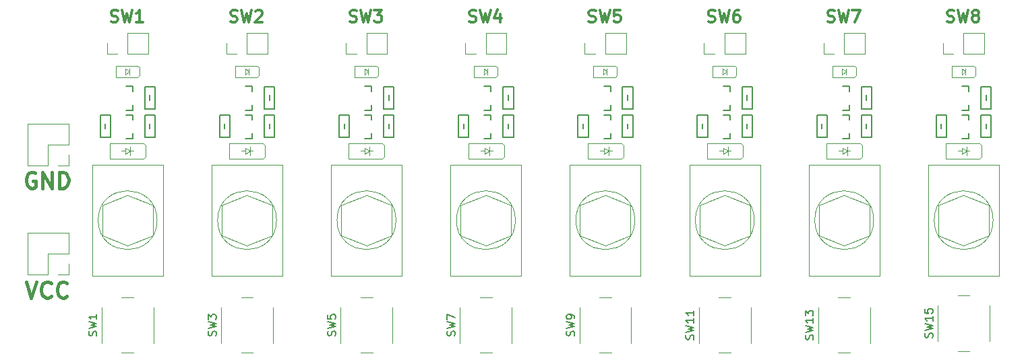
<source format=gbr>
G04 #@! TF.GenerationSoftware,KiCad,Pcbnew,(6.99.0-2815-gbbc0c61ccb)*
G04 #@! TF.CreationDate,2022-10-20T01:02:43+07:00*
G04 #@! TF.ProjectId,Input_Switch_8X,496e7075-745f-4537-9769-7463685f3858,rev?*
G04 #@! TF.SameCoordinates,Original*
G04 #@! TF.FileFunction,Legend,Top*
G04 #@! TF.FilePolarity,Positive*
%FSLAX46Y46*%
G04 Gerber Fmt 4.6, Leading zero omitted, Abs format (unit mm)*
G04 Created by KiCad (PCBNEW (6.99.0-2815-gbbc0c61ccb)) date 2022-10-20 01:02:43*
%MOMM*%
%LPD*%
G01*
G04 APERTURE LIST*
%ADD10C,0.300000*%
%ADD11C,0.400000*%
%ADD12C,0.150000*%
%ADD13C,0.120000*%
%ADD14C,0.200000*%
%ADD15C,0.152400*%
%ADD16C,0.100000*%
G04 APERTURE END LIST*
D10*
X129925000Y-46502142D02*
X130139286Y-46573571D01*
X130139286Y-46573571D02*
X130496428Y-46573571D01*
X130496428Y-46573571D02*
X130639286Y-46502142D01*
X130639286Y-46502142D02*
X130710714Y-46430714D01*
X130710714Y-46430714D02*
X130782143Y-46287857D01*
X130782143Y-46287857D02*
X130782143Y-46145000D01*
X130782143Y-46145000D02*
X130710714Y-46002142D01*
X130710714Y-46002142D02*
X130639286Y-45930714D01*
X130639286Y-45930714D02*
X130496428Y-45859285D01*
X130496428Y-45859285D02*
X130210714Y-45787857D01*
X130210714Y-45787857D02*
X130067857Y-45716428D01*
X130067857Y-45716428D02*
X129996428Y-45645000D01*
X129996428Y-45645000D02*
X129925000Y-45502142D01*
X129925000Y-45502142D02*
X129925000Y-45359285D01*
X129925000Y-45359285D02*
X129996428Y-45216428D01*
X129996428Y-45216428D02*
X130067857Y-45145000D01*
X130067857Y-45145000D02*
X130210714Y-45073571D01*
X130210714Y-45073571D02*
X130567857Y-45073571D01*
X130567857Y-45073571D02*
X130782143Y-45145000D01*
X131282142Y-45073571D02*
X131639285Y-46573571D01*
X131639285Y-46573571D02*
X131924999Y-45502142D01*
X131924999Y-45502142D02*
X132210714Y-46573571D01*
X132210714Y-46573571D02*
X132567857Y-45073571D01*
X133782143Y-45573571D02*
X133782143Y-46573571D01*
X133425000Y-45002142D02*
X133067857Y-46073571D01*
X133067857Y-46073571D02*
X133996428Y-46073571D01*
X159925000Y-46502142D02*
X160139286Y-46573571D01*
X160139286Y-46573571D02*
X160496428Y-46573571D01*
X160496428Y-46573571D02*
X160639286Y-46502142D01*
X160639286Y-46502142D02*
X160710714Y-46430714D01*
X160710714Y-46430714D02*
X160782143Y-46287857D01*
X160782143Y-46287857D02*
X160782143Y-46145000D01*
X160782143Y-46145000D02*
X160710714Y-46002142D01*
X160710714Y-46002142D02*
X160639286Y-45930714D01*
X160639286Y-45930714D02*
X160496428Y-45859285D01*
X160496428Y-45859285D02*
X160210714Y-45787857D01*
X160210714Y-45787857D02*
X160067857Y-45716428D01*
X160067857Y-45716428D02*
X159996428Y-45645000D01*
X159996428Y-45645000D02*
X159925000Y-45502142D01*
X159925000Y-45502142D02*
X159925000Y-45359285D01*
X159925000Y-45359285D02*
X159996428Y-45216428D01*
X159996428Y-45216428D02*
X160067857Y-45145000D01*
X160067857Y-45145000D02*
X160210714Y-45073571D01*
X160210714Y-45073571D02*
X160567857Y-45073571D01*
X160567857Y-45073571D02*
X160782143Y-45145000D01*
X161282142Y-45073571D02*
X161639285Y-46573571D01*
X161639285Y-46573571D02*
X161924999Y-45502142D01*
X161924999Y-45502142D02*
X162210714Y-46573571D01*
X162210714Y-46573571D02*
X162567857Y-45073571D01*
X163782143Y-45073571D02*
X163496428Y-45073571D01*
X163496428Y-45073571D02*
X163353571Y-45145000D01*
X163353571Y-45145000D02*
X163282143Y-45216428D01*
X163282143Y-45216428D02*
X163139285Y-45430714D01*
X163139285Y-45430714D02*
X163067857Y-45716428D01*
X163067857Y-45716428D02*
X163067857Y-46287857D01*
X163067857Y-46287857D02*
X163139285Y-46430714D01*
X163139285Y-46430714D02*
X163210714Y-46502142D01*
X163210714Y-46502142D02*
X163353571Y-46573571D01*
X163353571Y-46573571D02*
X163639285Y-46573571D01*
X163639285Y-46573571D02*
X163782143Y-46502142D01*
X163782143Y-46502142D02*
X163853571Y-46430714D01*
X163853571Y-46430714D02*
X163925000Y-46287857D01*
X163925000Y-46287857D02*
X163925000Y-45930714D01*
X163925000Y-45930714D02*
X163853571Y-45787857D01*
X163853571Y-45787857D02*
X163782143Y-45716428D01*
X163782143Y-45716428D02*
X163639285Y-45645000D01*
X163639285Y-45645000D02*
X163353571Y-45645000D01*
X163353571Y-45645000D02*
X163210714Y-45716428D01*
X163210714Y-45716428D02*
X163139285Y-45787857D01*
X163139285Y-45787857D02*
X163067857Y-45930714D01*
D11*
X75376190Y-65560000D02*
X75185714Y-65464761D01*
X75185714Y-65464761D02*
X74900000Y-65464761D01*
X74900000Y-65464761D02*
X74614285Y-65560000D01*
X74614285Y-65560000D02*
X74423809Y-65750476D01*
X74423809Y-65750476D02*
X74328571Y-65940952D01*
X74328571Y-65940952D02*
X74233333Y-66321904D01*
X74233333Y-66321904D02*
X74233333Y-66607619D01*
X74233333Y-66607619D02*
X74328571Y-66988571D01*
X74328571Y-66988571D02*
X74423809Y-67179047D01*
X74423809Y-67179047D02*
X74614285Y-67369523D01*
X74614285Y-67369523D02*
X74900000Y-67464761D01*
X74900000Y-67464761D02*
X75090476Y-67464761D01*
X75090476Y-67464761D02*
X75376190Y-67369523D01*
X75376190Y-67369523D02*
X75471428Y-67274285D01*
X75471428Y-67274285D02*
X75471428Y-66607619D01*
X75471428Y-66607619D02*
X75090476Y-66607619D01*
X76328571Y-67464761D02*
X76328571Y-65464761D01*
X76328571Y-65464761D02*
X77471428Y-67464761D01*
X77471428Y-67464761D02*
X77471428Y-65464761D01*
X78423809Y-67464761D02*
X78423809Y-65464761D01*
X78423809Y-65464761D02*
X78899999Y-65464761D01*
X78899999Y-65464761D02*
X79185714Y-65560000D01*
X79185714Y-65560000D02*
X79376190Y-65750476D01*
X79376190Y-65750476D02*
X79471428Y-65940952D01*
X79471428Y-65940952D02*
X79566666Y-66321904D01*
X79566666Y-66321904D02*
X79566666Y-66607619D01*
X79566666Y-66607619D02*
X79471428Y-66988571D01*
X79471428Y-66988571D02*
X79376190Y-67179047D01*
X79376190Y-67179047D02*
X79185714Y-67369523D01*
X79185714Y-67369523D02*
X78899999Y-67464761D01*
X78899999Y-67464761D02*
X78423809Y-67464761D01*
D10*
X144925000Y-46502142D02*
X145139286Y-46573571D01*
X145139286Y-46573571D02*
X145496428Y-46573571D01*
X145496428Y-46573571D02*
X145639286Y-46502142D01*
X145639286Y-46502142D02*
X145710714Y-46430714D01*
X145710714Y-46430714D02*
X145782143Y-46287857D01*
X145782143Y-46287857D02*
X145782143Y-46145000D01*
X145782143Y-46145000D02*
X145710714Y-46002142D01*
X145710714Y-46002142D02*
X145639286Y-45930714D01*
X145639286Y-45930714D02*
X145496428Y-45859285D01*
X145496428Y-45859285D02*
X145210714Y-45787857D01*
X145210714Y-45787857D02*
X145067857Y-45716428D01*
X145067857Y-45716428D02*
X144996428Y-45645000D01*
X144996428Y-45645000D02*
X144925000Y-45502142D01*
X144925000Y-45502142D02*
X144925000Y-45359285D01*
X144925000Y-45359285D02*
X144996428Y-45216428D01*
X144996428Y-45216428D02*
X145067857Y-45145000D01*
X145067857Y-45145000D02*
X145210714Y-45073571D01*
X145210714Y-45073571D02*
X145567857Y-45073571D01*
X145567857Y-45073571D02*
X145782143Y-45145000D01*
X146282142Y-45073571D02*
X146639285Y-46573571D01*
X146639285Y-46573571D02*
X146924999Y-45502142D01*
X146924999Y-45502142D02*
X147210714Y-46573571D01*
X147210714Y-46573571D02*
X147567857Y-45073571D01*
X148853571Y-45073571D02*
X148139285Y-45073571D01*
X148139285Y-45073571D02*
X148067857Y-45787857D01*
X148067857Y-45787857D02*
X148139285Y-45716428D01*
X148139285Y-45716428D02*
X148282143Y-45645000D01*
X148282143Y-45645000D02*
X148639285Y-45645000D01*
X148639285Y-45645000D02*
X148782143Y-45716428D01*
X148782143Y-45716428D02*
X148853571Y-45787857D01*
X148853571Y-45787857D02*
X148925000Y-45930714D01*
X148925000Y-45930714D02*
X148925000Y-46287857D01*
X148925000Y-46287857D02*
X148853571Y-46430714D01*
X148853571Y-46430714D02*
X148782143Y-46502142D01*
X148782143Y-46502142D02*
X148639285Y-46573571D01*
X148639285Y-46573571D02*
X148282143Y-46573571D01*
X148282143Y-46573571D02*
X148139285Y-46502142D01*
X148139285Y-46502142D02*
X148067857Y-46430714D01*
X99925000Y-46502142D02*
X100139286Y-46573571D01*
X100139286Y-46573571D02*
X100496428Y-46573571D01*
X100496428Y-46573571D02*
X100639286Y-46502142D01*
X100639286Y-46502142D02*
X100710714Y-46430714D01*
X100710714Y-46430714D02*
X100782143Y-46287857D01*
X100782143Y-46287857D02*
X100782143Y-46145000D01*
X100782143Y-46145000D02*
X100710714Y-46002142D01*
X100710714Y-46002142D02*
X100639286Y-45930714D01*
X100639286Y-45930714D02*
X100496428Y-45859285D01*
X100496428Y-45859285D02*
X100210714Y-45787857D01*
X100210714Y-45787857D02*
X100067857Y-45716428D01*
X100067857Y-45716428D02*
X99996428Y-45645000D01*
X99996428Y-45645000D02*
X99925000Y-45502142D01*
X99925000Y-45502142D02*
X99925000Y-45359285D01*
X99925000Y-45359285D02*
X99996428Y-45216428D01*
X99996428Y-45216428D02*
X100067857Y-45145000D01*
X100067857Y-45145000D02*
X100210714Y-45073571D01*
X100210714Y-45073571D02*
X100567857Y-45073571D01*
X100567857Y-45073571D02*
X100782143Y-45145000D01*
X101282142Y-45073571D02*
X101639285Y-46573571D01*
X101639285Y-46573571D02*
X101924999Y-45502142D01*
X101924999Y-45502142D02*
X102210714Y-46573571D01*
X102210714Y-46573571D02*
X102567857Y-45073571D01*
X103067857Y-45216428D02*
X103139285Y-45145000D01*
X103139285Y-45145000D02*
X103282143Y-45073571D01*
X103282143Y-45073571D02*
X103639285Y-45073571D01*
X103639285Y-45073571D02*
X103782143Y-45145000D01*
X103782143Y-45145000D02*
X103853571Y-45216428D01*
X103853571Y-45216428D02*
X103925000Y-45359285D01*
X103925000Y-45359285D02*
X103925000Y-45502142D01*
X103925000Y-45502142D02*
X103853571Y-45716428D01*
X103853571Y-45716428D02*
X102996428Y-46573571D01*
X102996428Y-46573571D02*
X103925000Y-46573571D01*
D11*
X74233333Y-79264761D02*
X74899999Y-81264761D01*
X74899999Y-81264761D02*
X75566666Y-79264761D01*
X77376190Y-81074285D02*
X77280952Y-81169523D01*
X77280952Y-81169523D02*
X76995238Y-81264761D01*
X76995238Y-81264761D02*
X76804762Y-81264761D01*
X76804762Y-81264761D02*
X76519047Y-81169523D01*
X76519047Y-81169523D02*
X76328571Y-80979047D01*
X76328571Y-80979047D02*
X76233333Y-80788571D01*
X76233333Y-80788571D02*
X76138095Y-80407619D01*
X76138095Y-80407619D02*
X76138095Y-80121904D01*
X76138095Y-80121904D02*
X76233333Y-79740952D01*
X76233333Y-79740952D02*
X76328571Y-79550476D01*
X76328571Y-79550476D02*
X76519047Y-79360000D01*
X76519047Y-79360000D02*
X76804762Y-79264761D01*
X76804762Y-79264761D02*
X76995238Y-79264761D01*
X76995238Y-79264761D02*
X77280952Y-79360000D01*
X77280952Y-79360000D02*
X77376190Y-79455238D01*
X79376190Y-81074285D02*
X79280952Y-81169523D01*
X79280952Y-81169523D02*
X78995238Y-81264761D01*
X78995238Y-81264761D02*
X78804762Y-81264761D01*
X78804762Y-81264761D02*
X78519047Y-81169523D01*
X78519047Y-81169523D02*
X78328571Y-80979047D01*
X78328571Y-80979047D02*
X78233333Y-80788571D01*
X78233333Y-80788571D02*
X78138095Y-80407619D01*
X78138095Y-80407619D02*
X78138095Y-80121904D01*
X78138095Y-80121904D02*
X78233333Y-79740952D01*
X78233333Y-79740952D02*
X78328571Y-79550476D01*
X78328571Y-79550476D02*
X78519047Y-79360000D01*
X78519047Y-79360000D02*
X78804762Y-79264761D01*
X78804762Y-79264761D02*
X78995238Y-79264761D01*
X78995238Y-79264761D02*
X79280952Y-79360000D01*
X79280952Y-79360000D02*
X79376190Y-79455238D01*
D10*
X84925000Y-46502142D02*
X85139286Y-46573571D01*
X85139286Y-46573571D02*
X85496428Y-46573571D01*
X85496428Y-46573571D02*
X85639286Y-46502142D01*
X85639286Y-46502142D02*
X85710714Y-46430714D01*
X85710714Y-46430714D02*
X85782143Y-46287857D01*
X85782143Y-46287857D02*
X85782143Y-46145000D01*
X85782143Y-46145000D02*
X85710714Y-46002142D01*
X85710714Y-46002142D02*
X85639286Y-45930714D01*
X85639286Y-45930714D02*
X85496428Y-45859285D01*
X85496428Y-45859285D02*
X85210714Y-45787857D01*
X85210714Y-45787857D02*
X85067857Y-45716428D01*
X85067857Y-45716428D02*
X84996428Y-45645000D01*
X84996428Y-45645000D02*
X84925000Y-45502142D01*
X84925000Y-45502142D02*
X84925000Y-45359285D01*
X84925000Y-45359285D02*
X84996428Y-45216428D01*
X84996428Y-45216428D02*
X85067857Y-45145000D01*
X85067857Y-45145000D02*
X85210714Y-45073571D01*
X85210714Y-45073571D02*
X85567857Y-45073571D01*
X85567857Y-45073571D02*
X85782143Y-45145000D01*
X86282142Y-45073571D02*
X86639285Y-46573571D01*
X86639285Y-46573571D02*
X86924999Y-45502142D01*
X86924999Y-45502142D02*
X87210714Y-46573571D01*
X87210714Y-46573571D02*
X87567857Y-45073571D01*
X88925000Y-46573571D02*
X88067857Y-46573571D01*
X88496428Y-46573571D02*
X88496428Y-45073571D01*
X88496428Y-45073571D02*
X88353571Y-45287857D01*
X88353571Y-45287857D02*
X88210714Y-45430714D01*
X88210714Y-45430714D02*
X88067857Y-45502142D01*
X189925000Y-46502142D02*
X190139286Y-46573571D01*
X190139286Y-46573571D02*
X190496428Y-46573571D01*
X190496428Y-46573571D02*
X190639286Y-46502142D01*
X190639286Y-46502142D02*
X190710714Y-46430714D01*
X190710714Y-46430714D02*
X190782143Y-46287857D01*
X190782143Y-46287857D02*
X190782143Y-46145000D01*
X190782143Y-46145000D02*
X190710714Y-46002142D01*
X190710714Y-46002142D02*
X190639286Y-45930714D01*
X190639286Y-45930714D02*
X190496428Y-45859285D01*
X190496428Y-45859285D02*
X190210714Y-45787857D01*
X190210714Y-45787857D02*
X190067857Y-45716428D01*
X190067857Y-45716428D02*
X189996428Y-45645000D01*
X189996428Y-45645000D02*
X189925000Y-45502142D01*
X189925000Y-45502142D02*
X189925000Y-45359285D01*
X189925000Y-45359285D02*
X189996428Y-45216428D01*
X189996428Y-45216428D02*
X190067857Y-45145000D01*
X190067857Y-45145000D02*
X190210714Y-45073571D01*
X190210714Y-45073571D02*
X190567857Y-45073571D01*
X190567857Y-45073571D02*
X190782143Y-45145000D01*
X191282142Y-45073571D02*
X191639285Y-46573571D01*
X191639285Y-46573571D02*
X191924999Y-45502142D01*
X191924999Y-45502142D02*
X192210714Y-46573571D01*
X192210714Y-46573571D02*
X192567857Y-45073571D01*
X193353571Y-45716428D02*
X193210714Y-45645000D01*
X193210714Y-45645000D02*
X193139285Y-45573571D01*
X193139285Y-45573571D02*
X193067857Y-45430714D01*
X193067857Y-45430714D02*
X193067857Y-45359285D01*
X193067857Y-45359285D02*
X193139285Y-45216428D01*
X193139285Y-45216428D02*
X193210714Y-45145000D01*
X193210714Y-45145000D02*
X193353571Y-45073571D01*
X193353571Y-45073571D02*
X193639285Y-45073571D01*
X193639285Y-45073571D02*
X193782143Y-45145000D01*
X193782143Y-45145000D02*
X193853571Y-45216428D01*
X193853571Y-45216428D02*
X193925000Y-45359285D01*
X193925000Y-45359285D02*
X193925000Y-45430714D01*
X193925000Y-45430714D02*
X193853571Y-45573571D01*
X193853571Y-45573571D02*
X193782143Y-45645000D01*
X193782143Y-45645000D02*
X193639285Y-45716428D01*
X193639285Y-45716428D02*
X193353571Y-45716428D01*
X193353571Y-45716428D02*
X193210714Y-45787857D01*
X193210714Y-45787857D02*
X193139285Y-45859285D01*
X193139285Y-45859285D02*
X193067857Y-46002142D01*
X193067857Y-46002142D02*
X193067857Y-46287857D01*
X193067857Y-46287857D02*
X193139285Y-46430714D01*
X193139285Y-46430714D02*
X193210714Y-46502142D01*
X193210714Y-46502142D02*
X193353571Y-46573571D01*
X193353571Y-46573571D02*
X193639285Y-46573571D01*
X193639285Y-46573571D02*
X193782143Y-46502142D01*
X193782143Y-46502142D02*
X193853571Y-46430714D01*
X193853571Y-46430714D02*
X193925000Y-46287857D01*
X193925000Y-46287857D02*
X193925000Y-46002142D01*
X193925000Y-46002142D02*
X193853571Y-45859285D01*
X193853571Y-45859285D02*
X193782143Y-45787857D01*
X193782143Y-45787857D02*
X193639285Y-45716428D01*
X114925000Y-46502142D02*
X115139286Y-46573571D01*
X115139286Y-46573571D02*
X115496428Y-46573571D01*
X115496428Y-46573571D02*
X115639286Y-46502142D01*
X115639286Y-46502142D02*
X115710714Y-46430714D01*
X115710714Y-46430714D02*
X115782143Y-46287857D01*
X115782143Y-46287857D02*
X115782143Y-46145000D01*
X115782143Y-46145000D02*
X115710714Y-46002142D01*
X115710714Y-46002142D02*
X115639286Y-45930714D01*
X115639286Y-45930714D02*
X115496428Y-45859285D01*
X115496428Y-45859285D02*
X115210714Y-45787857D01*
X115210714Y-45787857D02*
X115067857Y-45716428D01*
X115067857Y-45716428D02*
X114996428Y-45645000D01*
X114996428Y-45645000D02*
X114925000Y-45502142D01*
X114925000Y-45502142D02*
X114925000Y-45359285D01*
X114925000Y-45359285D02*
X114996428Y-45216428D01*
X114996428Y-45216428D02*
X115067857Y-45145000D01*
X115067857Y-45145000D02*
X115210714Y-45073571D01*
X115210714Y-45073571D02*
X115567857Y-45073571D01*
X115567857Y-45073571D02*
X115782143Y-45145000D01*
X116282142Y-45073571D02*
X116639285Y-46573571D01*
X116639285Y-46573571D02*
X116924999Y-45502142D01*
X116924999Y-45502142D02*
X117210714Y-46573571D01*
X117210714Y-46573571D02*
X117567857Y-45073571D01*
X117996428Y-45073571D02*
X118925000Y-45073571D01*
X118925000Y-45073571D02*
X118425000Y-45645000D01*
X118425000Y-45645000D02*
X118639285Y-45645000D01*
X118639285Y-45645000D02*
X118782143Y-45716428D01*
X118782143Y-45716428D02*
X118853571Y-45787857D01*
X118853571Y-45787857D02*
X118925000Y-45930714D01*
X118925000Y-45930714D02*
X118925000Y-46287857D01*
X118925000Y-46287857D02*
X118853571Y-46430714D01*
X118853571Y-46430714D02*
X118782143Y-46502142D01*
X118782143Y-46502142D02*
X118639285Y-46573571D01*
X118639285Y-46573571D02*
X118210714Y-46573571D01*
X118210714Y-46573571D02*
X118067857Y-46502142D01*
X118067857Y-46502142D02*
X117996428Y-46430714D01*
X174925000Y-46502142D02*
X175139286Y-46573571D01*
X175139286Y-46573571D02*
X175496428Y-46573571D01*
X175496428Y-46573571D02*
X175639286Y-46502142D01*
X175639286Y-46502142D02*
X175710714Y-46430714D01*
X175710714Y-46430714D02*
X175782143Y-46287857D01*
X175782143Y-46287857D02*
X175782143Y-46145000D01*
X175782143Y-46145000D02*
X175710714Y-46002142D01*
X175710714Y-46002142D02*
X175639286Y-45930714D01*
X175639286Y-45930714D02*
X175496428Y-45859285D01*
X175496428Y-45859285D02*
X175210714Y-45787857D01*
X175210714Y-45787857D02*
X175067857Y-45716428D01*
X175067857Y-45716428D02*
X174996428Y-45645000D01*
X174996428Y-45645000D02*
X174925000Y-45502142D01*
X174925000Y-45502142D02*
X174925000Y-45359285D01*
X174925000Y-45359285D02*
X174996428Y-45216428D01*
X174996428Y-45216428D02*
X175067857Y-45145000D01*
X175067857Y-45145000D02*
X175210714Y-45073571D01*
X175210714Y-45073571D02*
X175567857Y-45073571D01*
X175567857Y-45073571D02*
X175782143Y-45145000D01*
X176282142Y-45073571D02*
X176639285Y-46573571D01*
X176639285Y-46573571D02*
X176924999Y-45502142D01*
X176924999Y-45502142D02*
X177210714Y-46573571D01*
X177210714Y-46573571D02*
X177567857Y-45073571D01*
X177996428Y-45073571D02*
X178996428Y-45073571D01*
X178996428Y-45073571D02*
X178353571Y-46573571D01*
D12*
X188069761Y-86259523D02*
X188117380Y-86116666D01*
X188117380Y-86116666D02*
X188117380Y-85878571D01*
X188117380Y-85878571D02*
X188069761Y-85783333D01*
X188069761Y-85783333D02*
X188022142Y-85735714D01*
X188022142Y-85735714D02*
X187926904Y-85688095D01*
X187926904Y-85688095D02*
X187831666Y-85688095D01*
X187831666Y-85688095D02*
X187736428Y-85735714D01*
X187736428Y-85735714D02*
X187688809Y-85783333D01*
X187688809Y-85783333D02*
X187641190Y-85878571D01*
X187641190Y-85878571D02*
X187593571Y-86069047D01*
X187593571Y-86069047D02*
X187545952Y-86164285D01*
X187545952Y-86164285D02*
X187498333Y-86211904D01*
X187498333Y-86211904D02*
X187403095Y-86259523D01*
X187403095Y-86259523D02*
X187307857Y-86259523D01*
X187307857Y-86259523D02*
X187212619Y-86211904D01*
X187212619Y-86211904D02*
X187165000Y-86164285D01*
X187165000Y-86164285D02*
X187117380Y-86069047D01*
X187117380Y-86069047D02*
X187117380Y-85830952D01*
X187117380Y-85830952D02*
X187165000Y-85688095D01*
X187117380Y-85354761D02*
X188117380Y-85116666D01*
X188117380Y-85116666D02*
X187403095Y-84926190D01*
X187403095Y-84926190D02*
X188117380Y-84735714D01*
X188117380Y-84735714D02*
X187117380Y-84497619D01*
X188117380Y-83592857D02*
X188117380Y-84164285D01*
X188117380Y-83878571D02*
X187117380Y-83878571D01*
X187117380Y-83878571D02*
X187260238Y-83973809D01*
X187260238Y-83973809D02*
X187355476Y-84069047D01*
X187355476Y-84069047D02*
X187403095Y-84164285D01*
X187117380Y-82688095D02*
X187117380Y-83164285D01*
X187117380Y-83164285D02*
X187593571Y-83211904D01*
X187593571Y-83211904D02*
X187545952Y-83164285D01*
X187545952Y-83164285D02*
X187498333Y-83069047D01*
X187498333Y-83069047D02*
X187498333Y-82830952D01*
X187498333Y-82830952D02*
X187545952Y-82735714D01*
X187545952Y-82735714D02*
X187593571Y-82688095D01*
X187593571Y-82688095D02*
X187688809Y-82640476D01*
X187688809Y-82640476D02*
X187926904Y-82640476D01*
X187926904Y-82640476D02*
X188022142Y-82688095D01*
X188022142Y-82688095D02*
X188069761Y-82735714D01*
X188069761Y-82735714D02*
X188117380Y-82830952D01*
X188117380Y-82830952D02*
X188117380Y-83069047D01*
X188117380Y-83069047D02*
X188069761Y-83164285D01*
X188069761Y-83164285D02*
X188022142Y-83211904D01*
X113069761Y-86033332D02*
X113117380Y-85890475D01*
X113117380Y-85890475D02*
X113117380Y-85652380D01*
X113117380Y-85652380D02*
X113069761Y-85557142D01*
X113069761Y-85557142D02*
X113022142Y-85509523D01*
X113022142Y-85509523D02*
X112926904Y-85461904D01*
X112926904Y-85461904D02*
X112831666Y-85461904D01*
X112831666Y-85461904D02*
X112736428Y-85509523D01*
X112736428Y-85509523D02*
X112688809Y-85557142D01*
X112688809Y-85557142D02*
X112641190Y-85652380D01*
X112641190Y-85652380D02*
X112593571Y-85842856D01*
X112593571Y-85842856D02*
X112545952Y-85938094D01*
X112545952Y-85938094D02*
X112498333Y-85985713D01*
X112498333Y-85985713D02*
X112403095Y-86033332D01*
X112403095Y-86033332D02*
X112307857Y-86033332D01*
X112307857Y-86033332D02*
X112212619Y-85985713D01*
X112212619Y-85985713D02*
X112165000Y-85938094D01*
X112165000Y-85938094D02*
X112117380Y-85842856D01*
X112117380Y-85842856D02*
X112117380Y-85604761D01*
X112117380Y-85604761D02*
X112165000Y-85461904D01*
X112117380Y-85128570D02*
X113117380Y-84890475D01*
X113117380Y-84890475D02*
X112403095Y-84699999D01*
X112403095Y-84699999D02*
X113117380Y-84509523D01*
X113117380Y-84509523D02*
X112117380Y-84271428D01*
X112117380Y-83414285D02*
X112117380Y-83890475D01*
X112117380Y-83890475D02*
X112593571Y-83938094D01*
X112593571Y-83938094D02*
X112545952Y-83890475D01*
X112545952Y-83890475D02*
X112498333Y-83795237D01*
X112498333Y-83795237D02*
X112498333Y-83557142D01*
X112498333Y-83557142D02*
X112545952Y-83461904D01*
X112545952Y-83461904D02*
X112593571Y-83414285D01*
X112593571Y-83414285D02*
X112688809Y-83366666D01*
X112688809Y-83366666D02*
X112926904Y-83366666D01*
X112926904Y-83366666D02*
X113022142Y-83414285D01*
X113022142Y-83414285D02*
X113069761Y-83461904D01*
X113069761Y-83461904D02*
X113117380Y-83557142D01*
X113117380Y-83557142D02*
X113117380Y-83795237D01*
X113117380Y-83795237D02*
X113069761Y-83890475D01*
X113069761Y-83890475D02*
X113022142Y-83938094D01*
X83069761Y-86033332D02*
X83117380Y-85890475D01*
X83117380Y-85890475D02*
X83117380Y-85652380D01*
X83117380Y-85652380D02*
X83069761Y-85557142D01*
X83069761Y-85557142D02*
X83022142Y-85509523D01*
X83022142Y-85509523D02*
X82926904Y-85461904D01*
X82926904Y-85461904D02*
X82831666Y-85461904D01*
X82831666Y-85461904D02*
X82736428Y-85509523D01*
X82736428Y-85509523D02*
X82688809Y-85557142D01*
X82688809Y-85557142D02*
X82641190Y-85652380D01*
X82641190Y-85652380D02*
X82593571Y-85842856D01*
X82593571Y-85842856D02*
X82545952Y-85938094D01*
X82545952Y-85938094D02*
X82498333Y-85985713D01*
X82498333Y-85985713D02*
X82403095Y-86033332D01*
X82403095Y-86033332D02*
X82307857Y-86033332D01*
X82307857Y-86033332D02*
X82212619Y-85985713D01*
X82212619Y-85985713D02*
X82165000Y-85938094D01*
X82165000Y-85938094D02*
X82117380Y-85842856D01*
X82117380Y-85842856D02*
X82117380Y-85604761D01*
X82117380Y-85604761D02*
X82165000Y-85461904D01*
X82117380Y-85128570D02*
X83117380Y-84890475D01*
X83117380Y-84890475D02*
X82403095Y-84699999D01*
X82403095Y-84699999D02*
X83117380Y-84509523D01*
X83117380Y-84509523D02*
X82117380Y-84271428D01*
X83117380Y-83366666D02*
X83117380Y-83938094D01*
X83117380Y-83652380D02*
X82117380Y-83652380D01*
X82117380Y-83652380D02*
X82260238Y-83747618D01*
X82260238Y-83747618D02*
X82355476Y-83842856D01*
X82355476Y-83842856D02*
X82403095Y-83938094D01*
X173069761Y-86509523D02*
X173117380Y-86366666D01*
X173117380Y-86366666D02*
X173117380Y-86128571D01*
X173117380Y-86128571D02*
X173069761Y-86033333D01*
X173069761Y-86033333D02*
X173022142Y-85985714D01*
X173022142Y-85985714D02*
X172926904Y-85938095D01*
X172926904Y-85938095D02*
X172831666Y-85938095D01*
X172831666Y-85938095D02*
X172736428Y-85985714D01*
X172736428Y-85985714D02*
X172688809Y-86033333D01*
X172688809Y-86033333D02*
X172641190Y-86128571D01*
X172641190Y-86128571D02*
X172593571Y-86319047D01*
X172593571Y-86319047D02*
X172545952Y-86414285D01*
X172545952Y-86414285D02*
X172498333Y-86461904D01*
X172498333Y-86461904D02*
X172403095Y-86509523D01*
X172403095Y-86509523D02*
X172307857Y-86509523D01*
X172307857Y-86509523D02*
X172212619Y-86461904D01*
X172212619Y-86461904D02*
X172165000Y-86414285D01*
X172165000Y-86414285D02*
X172117380Y-86319047D01*
X172117380Y-86319047D02*
X172117380Y-86080952D01*
X172117380Y-86080952D02*
X172165000Y-85938095D01*
X172117380Y-85604761D02*
X173117380Y-85366666D01*
X173117380Y-85366666D02*
X172403095Y-85176190D01*
X172403095Y-85176190D02*
X173117380Y-84985714D01*
X173117380Y-84985714D02*
X172117380Y-84747619D01*
X173117380Y-83842857D02*
X173117380Y-84414285D01*
X173117380Y-84128571D02*
X172117380Y-84128571D01*
X172117380Y-84128571D02*
X172260238Y-84223809D01*
X172260238Y-84223809D02*
X172355476Y-84319047D01*
X172355476Y-84319047D02*
X172403095Y-84414285D01*
X172117380Y-83509523D02*
X172117380Y-82890476D01*
X172117380Y-82890476D02*
X172498333Y-83223809D01*
X172498333Y-83223809D02*
X172498333Y-83080952D01*
X172498333Y-83080952D02*
X172545952Y-82985714D01*
X172545952Y-82985714D02*
X172593571Y-82938095D01*
X172593571Y-82938095D02*
X172688809Y-82890476D01*
X172688809Y-82890476D02*
X172926904Y-82890476D01*
X172926904Y-82890476D02*
X173022142Y-82938095D01*
X173022142Y-82938095D02*
X173069761Y-82985714D01*
X173069761Y-82985714D02*
X173117380Y-83080952D01*
X173117380Y-83080952D02*
X173117380Y-83366666D01*
X173117380Y-83366666D02*
X173069761Y-83461904D01*
X173069761Y-83461904D02*
X173022142Y-83509523D01*
X128069761Y-86033332D02*
X128117380Y-85890475D01*
X128117380Y-85890475D02*
X128117380Y-85652380D01*
X128117380Y-85652380D02*
X128069761Y-85557142D01*
X128069761Y-85557142D02*
X128022142Y-85509523D01*
X128022142Y-85509523D02*
X127926904Y-85461904D01*
X127926904Y-85461904D02*
X127831666Y-85461904D01*
X127831666Y-85461904D02*
X127736428Y-85509523D01*
X127736428Y-85509523D02*
X127688809Y-85557142D01*
X127688809Y-85557142D02*
X127641190Y-85652380D01*
X127641190Y-85652380D02*
X127593571Y-85842856D01*
X127593571Y-85842856D02*
X127545952Y-85938094D01*
X127545952Y-85938094D02*
X127498333Y-85985713D01*
X127498333Y-85985713D02*
X127403095Y-86033332D01*
X127403095Y-86033332D02*
X127307857Y-86033332D01*
X127307857Y-86033332D02*
X127212619Y-85985713D01*
X127212619Y-85985713D02*
X127165000Y-85938094D01*
X127165000Y-85938094D02*
X127117380Y-85842856D01*
X127117380Y-85842856D02*
X127117380Y-85604761D01*
X127117380Y-85604761D02*
X127165000Y-85461904D01*
X127117380Y-85128570D02*
X128117380Y-84890475D01*
X128117380Y-84890475D02*
X127403095Y-84699999D01*
X127403095Y-84699999D02*
X128117380Y-84509523D01*
X128117380Y-84509523D02*
X127117380Y-84271428D01*
X127117380Y-83985713D02*
X127117380Y-83319047D01*
X127117380Y-83319047D02*
X128117380Y-83747618D01*
X158069761Y-86509523D02*
X158117380Y-86366666D01*
X158117380Y-86366666D02*
X158117380Y-86128571D01*
X158117380Y-86128571D02*
X158069761Y-86033333D01*
X158069761Y-86033333D02*
X158022142Y-85985714D01*
X158022142Y-85985714D02*
X157926904Y-85938095D01*
X157926904Y-85938095D02*
X157831666Y-85938095D01*
X157831666Y-85938095D02*
X157736428Y-85985714D01*
X157736428Y-85985714D02*
X157688809Y-86033333D01*
X157688809Y-86033333D02*
X157641190Y-86128571D01*
X157641190Y-86128571D02*
X157593571Y-86319047D01*
X157593571Y-86319047D02*
X157545952Y-86414285D01*
X157545952Y-86414285D02*
X157498333Y-86461904D01*
X157498333Y-86461904D02*
X157403095Y-86509523D01*
X157403095Y-86509523D02*
X157307857Y-86509523D01*
X157307857Y-86509523D02*
X157212619Y-86461904D01*
X157212619Y-86461904D02*
X157165000Y-86414285D01*
X157165000Y-86414285D02*
X157117380Y-86319047D01*
X157117380Y-86319047D02*
X157117380Y-86080952D01*
X157117380Y-86080952D02*
X157165000Y-85938095D01*
X157117380Y-85604761D02*
X158117380Y-85366666D01*
X158117380Y-85366666D02*
X157403095Y-85176190D01*
X157403095Y-85176190D02*
X158117380Y-84985714D01*
X158117380Y-84985714D02*
X157117380Y-84747619D01*
X158117380Y-83842857D02*
X158117380Y-84414285D01*
X158117380Y-84128571D02*
X157117380Y-84128571D01*
X157117380Y-84128571D02*
X157260238Y-84223809D01*
X157260238Y-84223809D02*
X157355476Y-84319047D01*
X157355476Y-84319047D02*
X157403095Y-84414285D01*
X158117380Y-82890476D02*
X158117380Y-83461904D01*
X158117380Y-83176190D02*
X157117380Y-83176190D01*
X157117380Y-83176190D02*
X157260238Y-83271428D01*
X157260238Y-83271428D02*
X157355476Y-83366666D01*
X157355476Y-83366666D02*
X157403095Y-83461904D01*
X143069761Y-86033332D02*
X143117380Y-85890475D01*
X143117380Y-85890475D02*
X143117380Y-85652380D01*
X143117380Y-85652380D02*
X143069761Y-85557142D01*
X143069761Y-85557142D02*
X143022142Y-85509523D01*
X143022142Y-85509523D02*
X142926904Y-85461904D01*
X142926904Y-85461904D02*
X142831666Y-85461904D01*
X142831666Y-85461904D02*
X142736428Y-85509523D01*
X142736428Y-85509523D02*
X142688809Y-85557142D01*
X142688809Y-85557142D02*
X142641190Y-85652380D01*
X142641190Y-85652380D02*
X142593571Y-85842856D01*
X142593571Y-85842856D02*
X142545952Y-85938094D01*
X142545952Y-85938094D02*
X142498333Y-85985713D01*
X142498333Y-85985713D02*
X142403095Y-86033332D01*
X142403095Y-86033332D02*
X142307857Y-86033332D01*
X142307857Y-86033332D02*
X142212619Y-85985713D01*
X142212619Y-85985713D02*
X142165000Y-85938094D01*
X142165000Y-85938094D02*
X142117380Y-85842856D01*
X142117380Y-85842856D02*
X142117380Y-85604761D01*
X142117380Y-85604761D02*
X142165000Y-85461904D01*
X142117380Y-85128570D02*
X143117380Y-84890475D01*
X143117380Y-84890475D02*
X142403095Y-84699999D01*
X142403095Y-84699999D02*
X143117380Y-84509523D01*
X143117380Y-84509523D02*
X142117380Y-84271428D01*
X143117380Y-83842856D02*
X143117380Y-83652380D01*
X143117380Y-83652380D02*
X143069761Y-83557142D01*
X143069761Y-83557142D02*
X143022142Y-83509523D01*
X143022142Y-83509523D02*
X142879285Y-83414285D01*
X142879285Y-83414285D02*
X142688809Y-83366666D01*
X142688809Y-83366666D02*
X142307857Y-83366666D01*
X142307857Y-83366666D02*
X142212619Y-83414285D01*
X142212619Y-83414285D02*
X142165000Y-83461904D01*
X142165000Y-83461904D02*
X142117380Y-83557142D01*
X142117380Y-83557142D02*
X142117380Y-83747618D01*
X142117380Y-83747618D02*
X142165000Y-83842856D01*
X142165000Y-83842856D02*
X142212619Y-83890475D01*
X142212619Y-83890475D02*
X142307857Y-83938094D01*
X142307857Y-83938094D02*
X142545952Y-83938094D01*
X142545952Y-83938094D02*
X142641190Y-83890475D01*
X142641190Y-83890475D02*
X142688809Y-83842856D01*
X142688809Y-83842856D02*
X142736428Y-83747618D01*
X142736428Y-83747618D02*
X142736428Y-83557142D01*
X142736428Y-83557142D02*
X142688809Y-83461904D01*
X142688809Y-83461904D02*
X142641190Y-83414285D01*
X142641190Y-83414285D02*
X142545952Y-83366666D01*
X98069761Y-86033332D02*
X98117380Y-85890475D01*
X98117380Y-85890475D02*
X98117380Y-85652380D01*
X98117380Y-85652380D02*
X98069761Y-85557142D01*
X98069761Y-85557142D02*
X98022142Y-85509523D01*
X98022142Y-85509523D02*
X97926904Y-85461904D01*
X97926904Y-85461904D02*
X97831666Y-85461904D01*
X97831666Y-85461904D02*
X97736428Y-85509523D01*
X97736428Y-85509523D02*
X97688809Y-85557142D01*
X97688809Y-85557142D02*
X97641190Y-85652380D01*
X97641190Y-85652380D02*
X97593571Y-85842856D01*
X97593571Y-85842856D02*
X97545952Y-85938094D01*
X97545952Y-85938094D02*
X97498333Y-85985713D01*
X97498333Y-85985713D02*
X97403095Y-86033332D01*
X97403095Y-86033332D02*
X97307857Y-86033332D01*
X97307857Y-86033332D02*
X97212619Y-85985713D01*
X97212619Y-85985713D02*
X97165000Y-85938094D01*
X97165000Y-85938094D02*
X97117380Y-85842856D01*
X97117380Y-85842856D02*
X97117380Y-85604761D01*
X97117380Y-85604761D02*
X97165000Y-85461904D01*
X97117380Y-85128570D02*
X98117380Y-84890475D01*
X98117380Y-84890475D02*
X97403095Y-84699999D01*
X97403095Y-84699999D02*
X98117380Y-84509523D01*
X98117380Y-84509523D02*
X97117380Y-84271428D01*
X97117380Y-83985713D02*
X97117380Y-83366666D01*
X97117380Y-83366666D02*
X97498333Y-83699999D01*
X97498333Y-83699999D02*
X97498333Y-83557142D01*
X97498333Y-83557142D02*
X97545952Y-83461904D01*
X97545952Y-83461904D02*
X97593571Y-83414285D01*
X97593571Y-83414285D02*
X97688809Y-83366666D01*
X97688809Y-83366666D02*
X97926904Y-83366666D01*
X97926904Y-83366666D02*
X98022142Y-83414285D01*
X98022142Y-83414285D02*
X98069761Y-83461904D01*
X98069761Y-83461904D02*
X98117380Y-83557142D01*
X98117380Y-83557142D02*
X98117380Y-83842856D01*
X98117380Y-83842856D02*
X98069761Y-83938094D01*
X98069761Y-83938094D02*
X98022142Y-83985713D01*
D13*
X174395000Y-50580000D02*
X174395000Y-49250000D01*
X175725000Y-50580000D02*
X174395000Y-50580000D01*
X176995000Y-50580000D02*
X179595000Y-50580000D01*
X176995000Y-50580000D02*
X176995000Y-47920000D01*
X179595000Y-50580000D02*
X179595000Y-47920000D01*
X176995000Y-47920000D02*
X179595000Y-47920000D01*
X162000000Y-61260000D02*
X162650000Y-61260000D01*
D14*
X162650000Y-58250000D02*
X161800000Y-58250000D01*
X162650000Y-58900000D02*
X162650000Y-58250000D01*
X162650000Y-61250000D02*
X161800000Y-61250000D01*
X162650000Y-61250000D02*
X162650000Y-60600000D01*
D15*
X195450000Y-58300000D02*
X195450000Y-61100000D01*
X194150000Y-58300000D02*
X195450000Y-58300000D01*
X194150000Y-58300000D02*
X194150000Y-61100000D01*
X194800000Y-59375000D02*
X194800000Y-60000000D01*
X194150000Y-61100000D02*
X195450000Y-61100000D01*
D13*
X177000000Y-61260000D02*
X177650000Y-61260000D01*
D14*
X177650000Y-58250000D02*
X176800000Y-58250000D01*
X177650000Y-58900000D02*
X177650000Y-58250000D01*
X177650000Y-61250000D02*
X176800000Y-61250000D01*
X177650000Y-61250000D02*
X177650000Y-60600000D01*
D13*
X87000000Y-57660000D02*
X87650000Y-57660000D01*
D14*
X87650000Y-54650000D02*
X86800000Y-54650000D01*
X87650000Y-55300000D02*
X87650000Y-54650000D01*
X87650000Y-57650000D02*
X86800000Y-57650000D01*
X87650000Y-57650000D02*
X87650000Y-57000000D01*
D15*
X114850000Y-58300000D02*
X114850000Y-61100000D01*
X113550000Y-58300000D02*
X114850000Y-58300000D01*
X113550000Y-58300000D02*
X113550000Y-61100000D01*
X114200000Y-59375000D02*
X114200000Y-60000000D01*
X113550000Y-61100000D02*
X114850000Y-61100000D01*
X105450000Y-58300000D02*
X105450000Y-61100000D01*
X104150000Y-58300000D02*
X105450000Y-58300000D01*
X104150000Y-58300000D02*
X104150000Y-61100000D01*
X104800000Y-59375000D02*
X104800000Y-60000000D01*
X104150000Y-61100000D02*
X105450000Y-61100000D01*
D13*
X84395000Y-50580000D02*
X84395000Y-49250000D01*
X85725000Y-50580000D02*
X84395000Y-50580000D01*
X86995000Y-50580000D02*
X89595000Y-50580000D01*
X86995000Y-50580000D02*
X86995000Y-47920000D01*
X89595000Y-50580000D02*
X89595000Y-47920000D01*
X86995000Y-47920000D02*
X89595000Y-47920000D01*
X147000000Y-57660000D02*
X147650000Y-57660000D01*
D14*
X147650000Y-54650000D02*
X146800000Y-54650000D01*
X147650000Y-55300000D02*
X147650000Y-54650000D01*
X147650000Y-57650000D02*
X146800000Y-57650000D01*
X147650000Y-57650000D02*
X147650000Y-57000000D01*
D13*
X103465000Y-53300000D02*
X103465000Y-52300000D01*
X103465000Y-52300000D02*
X103230000Y-52065000D01*
X103230000Y-53535000D02*
X103465000Y-53300000D01*
X103230000Y-52065000D02*
X100505000Y-52065000D01*
D16*
X102205000Y-53200000D02*
X102205000Y-52400000D01*
X102205000Y-52800000D02*
X101755000Y-53200000D01*
X102205000Y-52800000D02*
X101755000Y-52400000D01*
X101755000Y-53200000D02*
X101755000Y-52400000D01*
D13*
X100505000Y-53535000D02*
X103230000Y-53535000D01*
X100505000Y-52065000D02*
X100505000Y-53535000D01*
D15*
X90450000Y-54700000D02*
X90450000Y-57500000D01*
X89150000Y-54700000D02*
X90450000Y-54700000D01*
X89150000Y-54700000D02*
X89150000Y-57500000D01*
X89800000Y-55775000D02*
X89800000Y-56400000D01*
X89150000Y-57500000D02*
X90450000Y-57500000D01*
X129850000Y-58300000D02*
X129850000Y-61100000D01*
X128550000Y-58300000D02*
X129850000Y-58300000D01*
X128550000Y-58300000D02*
X128550000Y-61100000D01*
X129200000Y-59375000D02*
X129200000Y-60000000D01*
X128550000Y-61100000D02*
X129850000Y-61100000D01*
D13*
X191250000Y-87950000D02*
X192750000Y-87950000D01*
X195250000Y-86700000D02*
X195250000Y-82200000D01*
X188750000Y-82200000D02*
X188750000Y-86700000D01*
X192750000Y-80950000D02*
X191250000Y-80950000D01*
X159395000Y-50580000D02*
X159395000Y-49250000D01*
X160725000Y-50580000D02*
X159395000Y-50580000D01*
X161995000Y-50580000D02*
X164595000Y-50580000D01*
X161995000Y-50580000D02*
X161995000Y-47920000D01*
X164595000Y-50580000D02*
X164595000Y-47920000D01*
X161995000Y-47920000D02*
X164595000Y-47920000D01*
X177000000Y-57660000D02*
X177650000Y-57660000D01*
D14*
X177650000Y-54650000D02*
X176800000Y-54650000D01*
X177650000Y-55300000D02*
X177650000Y-54650000D01*
X177650000Y-57650000D02*
X176800000Y-57650000D01*
X177650000Y-57650000D02*
X177650000Y-57000000D01*
D15*
X159850000Y-58300000D02*
X159850000Y-61100000D01*
X158550000Y-58300000D02*
X159850000Y-58300000D01*
X158550000Y-58300000D02*
X158550000Y-61100000D01*
X159200000Y-59375000D02*
X159200000Y-60000000D01*
X158550000Y-61100000D02*
X159850000Y-61100000D01*
D13*
X157555000Y-78485000D02*
X157555000Y-64515000D01*
X166445000Y-78485000D02*
X157555000Y-78485000D01*
X162000000Y-74675000D02*
X158825000Y-73405000D01*
X158825000Y-73405000D02*
X158825000Y-69595000D01*
X165175000Y-73405000D02*
X162000000Y-74675000D01*
X158825000Y-69595000D02*
X162000000Y-68325000D01*
X165175000Y-69595000D02*
X165175000Y-73405000D01*
X162000000Y-68325000D02*
X165175000Y-69595000D01*
X157555000Y-64515000D02*
X166445000Y-64515000D01*
X166445000Y-64515000D02*
X166445000Y-78485000D01*
X165702654Y-71500000D02*
G75*
G03*
X165702654Y-71500000I-3702654J0D01*
G01*
D15*
X150450000Y-58300000D02*
X150450000Y-61100000D01*
X149150000Y-58300000D02*
X150450000Y-58300000D01*
X149150000Y-58300000D02*
X149150000Y-61100000D01*
X149800000Y-59375000D02*
X149800000Y-60000000D01*
X149150000Y-61100000D02*
X150450000Y-61100000D01*
X195450000Y-54700000D02*
X195450000Y-57500000D01*
X194150000Y-54700000D02*
X195450000Y-54700000D01*
X194150000Y-54700000D02*
X194150000Y-57500000D01*
X194800000Y-55775000D02*
X194800000Y-56400000D01*
X194150000Y-57500000D02*
X195450000Y-57500000D01*
D13*
X116250000Y-88200000D02*
X117750000Y-88200000D01*
X120250000Y-86950000D02*
X120250000Y-82450000D01*
X113750000Y-82450000D02*
X113750000Y-86950000D01*
X117750000Y-81200000D02*
X116250000Y-81200000D01*
X172555000Y-78485000D02*
X172555000Y-64515000D01*
X181445000Y-78485000D02*
X172555000Y-78485000D01*
X177000000Y-74675000D02*
X173825000Y-73405000D01*
X173825000Y-73405000D02*
X173825000Y-69595000D01*
X180175000Y-73405000D02*
X177000000Y-74675000D01*
X173825000Y-69595000D02*
X177000000Y-68325000D01*
X180175000Y-69595000D02*
X180175000Y-73405000D01*
X177000000Y-68325000D02*
X180175000Y-69595000D01*
X172555000Y-64515000D02*
X181445000Y-64515000D01*
X181445000Y-64515000D02*
X181445000Y-78485000D01*
X180702654Y-71500000D02*
G75*
G03*
X180702654Y-71500000I-3702654J0D01*
G01*
D15*
X105450000Y-54700000D02*
X105450000Y-57500000D01*
X104150000Y-54700000D02*
X105450000Y-54700000D01*
X104150000Y-54700000D02*
X104150000Y-57500000D01*
X104800000Y-55775000D02*
X104800000Y-56400000D01*
X104150000Y-57500000D02*
X105450000Y-57500000D01*
X120450000Y-54700000D02*
X120450000Y-57500000D01*
X119150000Y-54700000D02*
X120450000Y-54700000D01*
X119150000Y-54700000D02*
X119150000Y-57500000D01*
X119800000Y-55775000D02*
X119800000Y-56400000D01*
X119150000Y-57500000D02*
X120450000Y-57500000D01*
D13*
X192000000Y-61260000D02*
X192650000Y-61260000D01*
D14*
X192650000Y-58250000D02*
X191800000Y-58250000D01*
X192650000Y-58900000D02*
X192650000Y-58250000D01*
X192650000Y-61250000D02*
X191800000Y-61250000D01*
X192650000Y-61250000D02*
X192650000Y-60600000D01*
D15*
X180450000Y-54700000D02*
X180450000Y-57500000D01*
X179150000Y-54700000D02*
X180450000Y-54700000D01*
X179150000Y-54700000D02*
X179150000Y-57500000D01*
X179800000Y-55775000D02*
X179800000Y-56400000D01*
X179150000Y-57500000D02*
X180450000Y-57500000D01*
D13*
X86250000Y-88200000D02*
X87750000Y-88200000D01*
X90250000Y-86950000D02*
X90250000Y-82450000D01*
X83750000Y-82450000D02*
X83750000Y-86950000D01*
X87750000Y-81200000D02*
X86250000Y-81200000D01*
X104250000Y-63550000D02*
X104250000Y-62050000D01*
X104250000Y-62050000D02*
X104000000Y-61800000D01*
X104000000Y-63800000D02*
X104250000Y-63550000D01*
X104000000Y-63800000D02*
X99775000Y-63800000D01*
X104000000Y-61800000D02*
X99775000Y-61800000D01*
D16*
X102750000Y-62800000D02*
X102350000Y-62800000D01*
X102350000Y-62800000D02*
X102350000Y-63350000D01*
X102350000Y-62800000D02*
X102350000Y-62250000D01*
X102350000Y-62800000D02*
X101750000Y-63200000D01*
X101750000Y-63200000D02*
X101750000Y-62400000D01*
X101750000Y-62800000D02*
X101250000Y-62800000D01*
X101750000Y-62400000D02*
X102350000Y-62800000D01*
D13*
X99775000Y-63800000D02*
X99775000Y-61800000D01*
D15*
X165450000Y-54700000D02*
X165450000Y-57500000D01*
X164150000Y-54700000D02*
X165450000Y-54700000D01*
X164150000Y-54700000D02*
X164150000Y-57500000D01*
X164800000Y-55775000D02*
X164800000Y-56400000D01*
X164150000Y-57500000D02*
X165450000Y-57500000D01*
D13*
X192000000Y-57660000D02*
X192650000Y-57660000D01*
D14*
X192650000Y-54650000D02*
X191800000Y-54650000D01*
X192650000Y-55300000D02*
X192650000Y-54650000D01*
X192650000Y-57650000D02*
X191800000Y-57650000D01*
X192650000Y-57650000D02*
X192650000Y-57000000D01*
D13*
X99395000Y-50580000D02*
X99395000Y-49250000D01*
X100725000Y-50580000D02*
X99395000Y-50580000D01*
X101995000Y-50580000D02*
X104595000Y-50580000D01*
X101995000Y-50580000D02*
X101995000Y-47920000D01*
X104595000Y-50580000D02*
X104595000Y-47920000D01*
X101995000Y-47920000D02*
X104595000Y-47920000D01*
X118465000Y-53300000D02*
X118465000Y-52300000D01*
X118465000Y-52300000D02*
X118230000Y-52065000D01*
X118230000Y-53535000D02*
X118465000Y-53300000D01*
X118230000Y-52065000D02*
X115505000Y-52065000D01*
D16*
X117205000Y-53200000D02*
X117205000Y-52400000D01*
X117205000Y-52800000D02*
X116755000Y-53200000D01*
X117205000Y-52800000D02*
X116755000Y-52400000D01*
X116755000Y-53200000D02*
X116755000Y-52400000D01*
D13*
X115505000Y-53535000D02*
X118230000Y-53535000D01*
X115505000Y-52065000D02*
X115505000Y-53535000D01*
X102000000Y-57660000D02*
X102650000Y-57660000D01*
D14*
X102650000Y-54650000D02*
X101800000Y-54650000D01*
X102650000Y-55300000D02*
X102650000Y-54650000D01*
X102650000Y-57650000D02*
X101800000Y-57650000D01*
X102650000Y-57650000D02*
X102650000Y-57000000D01*
D13*
X114395000Y-50580000D02*
X114395000Y-49250000D01*
X115725000Y-50580000D02*
X114395000Y-50580000D01*
X116995000Y-50580000D02*
X119595000Y-50580000D01*
X116995000Y-50580000D02*
X116995000Y-47920000D01*
X119595000Y-50580000D02*
X119595000Y-47920000D01*
X116995000Y-47920000D02*
X119595000Y-47920000D01*
X142555000Y-78485000D02*
X142555000Y-64515000D01*
X151445000Y-78485000D02*
X142555000Y-78485000D01*
X147000000Y-74675000D02*
X143825000Y-73405000D01*
X143825000Y-73405000D02*
X143825000Y-69595000D01*
X150175000Y-73405000D02*
X147000000Y-74675000D01*
X143825000Y-69595000D02*
X147000000Y-68325000D01*
X150175000Y-69595000D02*
X150175000Y-73405000D01*
X147000000Y-68325000D02*
X150175000Y-69595000D01*
X142555000Y-64515000D02*
X151445000Y-64515000D01*
X151445000Y-64515000D02*
X151445000Y-78485000D01*
X150702654Y-71500000D02*
G75*
G03*
X150702654Y-71500000I-3702654J0D01*
G01*
X162000000Y-57660000D02*
X162650000Y-57660000D01*
D14*
X162650000Y-54650000D02*
X161800000Y-54650000D01*
X162650000Y-55300000D02*
X162650000Y-54650000D01*
X162650000Y-57650000D02*
X161800000Y-57650000D01*
X162650000Y-57650000D02*
X162650000Y-57000000D01*
D13*
X176250000Y-88200000D02*
X177750000Y-88200000D01*
X180250000Y-86950000D02*
X180250000Y-82450000D01*
X173750000Y-82450000D02*
X173750000Y-86950000D01*
X177750000Y-81200000D02*
X176250000Y-81200000D01*
X89250000Y-63550000D02*
X89250000Y-62050000D01*
X89250000Y-62050000D02*
X89000000Y-61800000D01*
X89000000Y-63800000D02*
X89250000Y-63550000D01*
X89000000Y-63800000D02*
X84775000Y-63800000D01*
X89000000Y-61800000D02*
X84775000Y-61800000D01*
D16*
X87750000Y-62800000D02*
X87350000Y-62800000D01*
X87350000Y-62800000D02*
X87350000Y-63350000D01*
X87350000Y-62800000D02*
X87350000Y-62250000D01*
X87350000Y-62800000D02*
X86750000Y-63200000D01*
X86750000Y-63200000D02*
X86750000Y-62400000D01*
X86750000Y-62800000D02*
X86250000Y-62800000D01*
X86750000Y-62400000D02*
X87350000Y-62800000D01*
D13*
X84775000Y-63800000D02*
X84775000Y-61800000D01*
X97555000Y-78485000D02*
X97555000Y-64515000D01*
X106445000Y-78485000D02*
X97555000Y-78485000D01*
X102000000Y-74675000D02*
X98825000Y-73405000D01*
X98825000Y-73405000D02*
X98825000Y-69595000D01*
X105175000Y-73405000D02*
X102000000Y-74675000D01*
X98825000Y-69595000D02*
X102000000Y-68325000D01*
X105175000Y-69595000D02*
X105175000Y-73405000D01*
X102000000Y-68325000D02*
X105175000Y-69595000D01*
X97555000Y-64515000D02*
X106445000Y-64515000D01*
X106445000Y-64515000D02*
X106445000Y-78485000D01*
X105702654Y-71500000D02*
G75*
G03*
X105702654Y-71500000I-3702654J0D01*
G01*
X102000000Y-61260000D02*
X102650000Y-61260000D01*
D14*
X102650000Y-58250000D02*
X101800000Y-58250000D01*
X102650000Y-58900000D02*
X102650000Y-58250000D01*
X102650000Y-61250000D02*
X101800000Y-61250000D01*
X102650000Y-61250000D02*
X102650000Y-60600000D01*
D13*
X119250000Y-63550000D02*
X119250000Y-62050000D01*
X119250000Y-62050000D02*
X119000000Y-61800000D01*
X119000000Y-63800000D02*
X119250000Y-63550000D01*
X119000000Y-63800000D02*
X114775000Y-63800000D01*
X119000000Y-61800000D02*
X114775000Y-61800000D01*
D16*
X117750000Y-62800000D02*
X117350000Y-62800000D01*
X117350000Y-62800000D02*
X117350000Y-63350000D01*
X117350000Y-62800000D02*
X117350000Y-62250000D01*
X117350000Y-62800000D02*
X116750000Y-63200000D01*
X116750000Y-63200000D02*
X116750000Y-62400000D01*
X116750000Y-62800000D02*
X116250000Y-62800000D01*
X116750000Y-62400000D02*
X117350000Y-62800000D01*
D13*
X114775000Y-63800000D02*
X114775000Y-61800000D01*
X131250000Y-88200000D02*
X132750000Y-88200000D01*
X135250000Y-86950000D02*
X135250000Y-82450000D01*
X128750000Y-82450000D02*
X128750000Y-86950000D01*
X132750000Y-81200000D02*
X131250000Y-81200000D01*
X161250000Y-88200000D02*
X162750000Y-88200000D01*
X165250000Y-86950000D02*
X165250000Y-82450000D01*
X158750000Y-82450000D02*
X158750000Y-86950000D01*
X162750000Y-81200000D02*
X161250000Y-81200000D01*
X117000000Y-57660000D02*
X117650000Y-57660000D01*
D14*
X117650000Y-54650000D02*
X116800000Y-54650000D01*
X117650000Y-55300000D02*
X117650000Y-54650000D01*
X117650000Y-57650000D02*
X116800000Y-57650000D01*
X117650000Y-57650000D02*
X117650000Y-57000000D01*
D13*
X178465000Y-53300000D02*
X178465000Y-52300000D01*
X178465000Y-52300000D02*
X178230000Y-52065000D01*
X178230000Y-53535000D02*
X178465000Y-53300000D01*
X178230000Y-52065000D02*
X175505000Y-52065000D01*
D16*
X177205000Y-53200000D02*
X177205000Y-52400000D01*
X177205000Y-52800000D02*
X176755000Y-53200000D01*
X177205000Y-52800000D02*
X176755000Y-52400000D01*
X176755000Y-53200000D02*
X176755000Y-52400000D01*
D13*
X175505000Y-53535000D02*
X178230000Y-53535000D01*
X175505000Y-52065000D02*
X175505000Y-53535000D01*
X134328571Y-63550000D02*
X134328571Y-62050000D01*
X134328571Y-62050000D02*
X134078571Y-61800000D01*
X134078571Y-63800000D02*
X134328571Y-63550000D01*
X134078571Y-63800000D02*
X129853571Y-63800000D01*
X134078571Y-61800000D02*
X129853571Y-61800000D01*
D16*
X132828571Y-62800000D02*
X132428571Y-62800000D01*
X132428571Y-62800000D02*
X132428571Y-63350000D01*
X132428571Y-62800000D02*
X132428571Y-62250000D01*
X132428571Y-62800000D02*
X131828571Y-63200000D01*
X131828571Y-63200000D02*
X131828571Y-62400000D01*
X131828571Y-62800000D02*
X131328571Y-62800000D01*
X131828571Y-62400000D02*
X132428571Y-62800000D01*
D13*
X129853571Y-63800000D02*
X129853571Y-61800000D01*
X82555000Y-78485000D02*
X82555000Y-64515000D01*
X91445000Y-78485000D02*
X82555000Y-78485000D01*
X87000000Y-74675000D02*
X83825000Y-73405000D01*
X83825000Y-73405000D02*
X83825000Y-69595000D01*
X90175000Y-73405000D02*
X87000000Y-74675000D01*
X83825000Y-69595000D02*
X87000000Y-68325000D01*
X90175000Y-69595000D02*
X90175000Y-73405000D01*
X87000000Y-68325000D02*
X90175000Y-69595000D01*
X82555000Y-64515000D02*
X91445000Y-64515000D01*
X91445000Y-64515000D02*
X91445000Y-78485000D01*
X90702654Y-71500000D02*
G75*
G03*
X90702654Y-71500000I-3702654J0D01*
G01*
D15*
X174850000Y-58300000D02*
X174850000Y-61100000D01*
X173550000Y-58300000D02*
X174850000Y-58300000D01*
X173550000Y-58300000D02*
X173550000Y-61100000D01*
X174200000Y-59375000D02*
X174200000Y-60000000D01*
X173550000Y-61100000D02*
X174850000Y-61100000D01*
D13*
X132000000Y-57660000D02*
X132650000Y-57660000D01*
D14*
X132650000Y-54650000D02*
X131800000Y-54650000D01*
X132650000Y-55300000D02*
X132650000Y-54650000D01*
X132650000Y-57650000D02*
X131800000Y-57650000D01*
X132650000Y-57650000D02*
X132650000Y-57000000D01*
D15*
X150450000Y-54700000D02*
X150450000Y-57500000D01*
X149150000Y-54700000D02*
X150450000Y-54700000D01*
X149150000Y-54700000D02*
X149150000Y-57500000D01*
X149800000Y-55775000D02*
X149800000Y-56400000D01*
X149150000Y-57500000D02*
X150450000Y-57500000D01*
X165450000Y-58300000D02*
X165450000Y-61100000D01*
X164150000Y-58300000D02*
X165450000Y-58300000D01*
X164150000Y-58300000D02*
X164150000Y-61100000D01*
X164800000Y-59375000D02*
X164800000Y-60000000D01*
X164150000Y-61100000D02*
X165450000Y-61100000D01*
D13*
X146250000Y-88200000D02*
X147750000Y-88200000D01*
X150250000Y-86950000D02*
X150250000Y-82450000D01*
X143750000Y-82450000D02*
X143750000Y-86950000D01*
X147750000Y-81200000D02*
X146250000Y-81200000D01*
D15*
X180450000Y-58300000D02*
X180450000Y-61100000D01*
X179150000Y-58300000D02*
X180450000Y-58300000D01*
X179150000Y-58300000D02*
X179150000Y-61100000D01*
X179800000Y-59375000D02*
X179800000Y-60000000D01*
X179150000Y-61100000D02*
X180450000Y-61100000D01*
D13*
X148465000Y-53300000D02*
X148465000Y-52300000D01*
X148465000Y-52300000D02*
X148230000Y-52065000D01*
X148230000Y-53535000D02*
X148465000Y-53300000D01*
X148230000Y-52065000D02*
X145505000Y-52065000D01*
D16*
X147205000Y-53200000D02*
X147205000Y-52400000D01*
X147205000Y-52800000D02*
X146755000Y-53200000D01*
X147205000Y-52800000D02*
X146755000Y-52400000D01*
X146755000Y-53200000D02*
X146755000Y-52400000D01*
D13*
X145505000Y-53535000D02*
X148230000Y-53535000D01*
X145505000Y-52065000D02*
X145505000Y-53535000D01*
X194250000Y-63550000D02*
X194250000Y-62050000D01*
X194250000Y-62050000D02*
X194000000Y-61800000D01*
X194000000Y-63800000D02*
X194250000Y-63550000D01*
X194000000Y-63800000D02*
X189775000Y-63800000D01*
X194000000Y-61800000D02*
X189775000Y-61800000D01*
D16*
X192750000Y-62800000D02*
X192350000Y-62800000D01*
X192350000Y-62800000D02*
X192350000Y-63350000D01*
X192350000Y-62800000D02*
X192350000Y-62250000D01*
X192350000Y-62800000D02*
X191750000Y-63200000D01*
X191750000Y-63200000D02*
X191750000Y-62400000D01*
X191750000Y-62800000D02*
X191250000Y-62800000D01*
X191750000Y-62400000D02*
X192350000Y-62800000D01*
D13*
X189775000Y-63800000D02*
X189775000Y-61800000D01*
X79605000Y-64605000D02*
X78275000Y-64605000D01*
X79605000Y-63275000D02*
X79605000Y-64605000D01*
X79605000Y-62005000D02*
X79605000Y-59405000D01*
X79605000Y-62005000D02*
X77005000Y-62005000D01*
X79605000Y-59405000D02*
X74405000Y-59405000D01*
X77005000Y-64605000D02*
X74405000Y-64605000D01*
X77005000Y-62005000D02*
X77005000Y-64605000D01*
X74405000Y-64605000D02*
X74405000Y-59405000D01*
D15*
X99850000Y-58300000D02*
X99850000Y-61100000D01*
X98550000Y-58300000D02*
X99850000Y-58300000D01*
X98550000Y-58300000D02*
X98550000Y-61100000D01*
X99200000Y-59375000D02*
X99200000Y-60000000D01*
X98550000Y-61100000D02*
X99850000Y-61100000D01*
D13*
X179269642Y-63550000D02*
X179269642Y-62050000D01*
X179269642Y-62050000D02*
X179019642Y-61800000D01*
X179019642Y-63800000D02*
X179269642Y-63550000D01*
X179019642Y-63800000D02*
X174794642Y-63800000D01*
X179019642Y-61800000D02*
X174794642Y-61800000D01*
D16*
X177769642Y-62800000D02*
X177369642Y-62800000D01*
X177369642Y-62800000D02*
X177369642Y-63350000D01*
X177369642Y-62800000D02*
X177369642Y-62250000D01*
X177369642Y-62800000D02*
X176769642Y-63200000D01*
X176769642Y-63200000D02*
X176769642Y-62400000D01*
X176769642Y-62800000D02*
X176269642Y-62800000D01*
X176769642Y-62400000D02*
X177369642Y-62800000D01*
D13*
X174794642Y-63800000D02*
X174794642Y-61800000D01*
X149308928Y-63550000D02*
X149308928Y-62050000D01*
X149308928Y-62050000D02*
X149058928Y-61800000D01*
X149058928Y-63800000D02*
X149308928Y-63550000D01*
X149058928Y-63800000D02*
X144833928Y-63800000D01*
X149058928Y-61800000D02*
X144833928Y-61800000D01*
D16*
X147808928Y-62800000D02*
X147408928Y-62800000D01*
X147408928Y-62800000D02*
X147408928Y-63350000D01*
X147408928Y-62800000D02*
X147408928Y-62250000D01*
X147408928Y-62800000D02*
X146808928Y-63200000D01*
X146808928Y-63200000D02*
X146808928Y-62400000D01*
X146808928Y-62800000D02*
X146308928Y-62800000D01*
X146808928Y-62400000D02*
X147408928Y-62800000D01*
D13*
X144833928Y-63800000D02*
X144833928Y-61800000D01*
X101250000Y-88200000D02*
X102750000Y-88200000D01*
X105250000Y-86950000D02*
X105250000Y-82450000D01*
X98750000Y-82450000D02*
X98750000Y-86950000D01*
X102750000Y-81200000D02*
X101250000Y-81200000D01*
D15*
X135450000Y-58300000D02*
X135450000Y-61100000D01*
X134150000Y-58300000D02*
X135450000Y-58300000D01*
X134150000Y-58300000D02*
X134150000Y-61100000D01*
X134800000Y-59375000D02*
X134800000Y-60000000D01*
X134150000Y-61100000D02*
X135450000Y-61100000D01*
D13*
X144395000Y-50580000D02*
X144395000Y-49250000D01*
X145725000Y-50580000D02*
X144395000Y-50580000D01*
X146995000Y-50580000D02*
X149595000Y-50580000D01*
X146995000Y-50580000D02*
X146995000Y-47920000D01*
X149595000Y-50580000D02*
X149595000Y-47920000D01*
X146995000Y-47920000D02*
X149595000Y-47920000D01*
X164289285Y-63550000D02*
X164289285Y-62050000D01*
X164289285Y-62050000D02*
X164039285Y-61800000D01*
X164039285Y-63800000D02*
X164289285Y-63550000D01*
X164039285Y-63800000D02*
X159814285Y-63800000D01*
X164039285Y-61800000D02*
X159814285Y-61800000D01*
D16*
X162789285Y-62800000D02*
X162389285Y-62800000D01*
X162389285Y-62800000D02*
X162389285Y-63350000D01*
X162389285Y-62800000D02*
X162389285Y-62250000D01*
X162389285Y-62800000D02*
X161789285Y-63200000D01*
X161789285Y-63200000D02*
X161789285Y-62400000D01*
X161789285Y-62800000D02*
X161289285Y-62800000D01*
X161789285Y-62400000D02*
X162389285Y-62800000D01*
D13*
X159814285Y-63800000D02*
X159814285Y-61800000D01*
D15*
X189850000Y-58300000D02*
X189850000Y-61100000D01*
X188550000Y-58300000D02*
X189850000Y-58300000D01*
X188550000Y-58300000D02*
X188550000Y-61100000D01*
X189200000Y-59375000D02*
X189200000Y-60000000D01*
X188550000Y-61100000D02*
X189850000Y-61100000D01*
D13*
X127555000Y-78485000D02*
X127555000Y-64515000D01*
X136445000Y-78485000D02*
X127555000Y-78485000D01*
X132000000Y-74675000D02*
X128825000Y-73405000D01*
X128825000Y-73405000D02*
X128825000Y-69595000D01*
X135175000Y-73405000D02*
X132000000Y-74675000D01*
X128825000Y-69595000D02*
X132000000Y-68325000D01*
X135175000Y-69595000D02*
X135175000Y-73405000D01*
X132000000Y-68325000D02*
X135175000Y-69595000D01*
X127555000Y-64515000D02*
X136445000Y-64515000D01*
X136445000Y-64515000D02*
X136445000Y-78485000D01*
X135702654Y-71500000D02*
G75*
G03*
X135702654Y-71500000I-3702654J0D01*
G01*
D15*
X90450000Y-58300000D02*
X90450000Y-61100000D01*
X89150000Y-58300000D02*
X90450000Y-58300000D01*
X89150000Y-58300000D02*
X89150000Y-61100000D01*
X89800000Y-59375000D02*
X89800000Y-60000000D01*
X89150000Y-61100000D02*
X90450000Y-61100000D01*
D13*
X112555000Y-78485000D02*
X112555000Y-64515000D01*
X121445000Y-78485000D02*
X112555000Y-78485000D01*
X117000000Y-74675000D02*
X113825000Y-73405000D01*
X113825000Y-73405000D02*
X113825000Y-69595000D01*
X120175000Y-73405000D02*
X117000000Y-74675000D01*
X113825000Y-69595000D02*
X117000000Y-68325000D01*
X120175000Y-69595000D02*
X120175000Y-73405000D01*
X117000000Y-68325000D02*
X120175000Y-69595000D01*
X112555000Y-64515000D02*
X121445000Y-64515000D01*
X121445000Y-64515000D02*
X121445000Y-78485000D01*
X120702654Y-71500000D02*
G75*
G03*
X120702654Y-71500000I-3702654J0D01*
G01*
X117000000Y-61260000D02*
X117650000Y-61260000D01*
D14*
X117650000Y-58250000D02*
X116800000Y-58250000D01*
X117650000Y-58900000D02*
X117650000Y-58250000D01*
X117650000Y-61250000D02*
X116800000Y-61250000D01*
X117650000Y-61250000D02*
X117650000Y-60600000D01*
D13*
X129395000Y-50580000D02*
X129395000Y-49250000D01*
X130725000Y-50580000D02*
X129395000Y-50580000D01*
X131995000Y-50580000D02*
X134595000Y-50580000D01*
X131995000Y-50580000D02*
X131995000Y-47920000D01*
X134595000Y-50580000D02*
X134595000Y-47920000D01*
X131995000Y-47920000D02*
X134595000Y-47920000D01*
D15*
X144850000Y-58300000D02*
X144850000Y-61100000D01*
X143550000Y-58300000D02*
X144850000Y-58300000D01*
X143550000Y-58300000D02*
X143550000Y-61100000D01*
X144200000Y-59375000D02*
X144200000Y-60000000D01*
X143550000Y-61100000D02*
X144850000Y-61100000D01*
D13*
X147000000Y-61260000D02*
X147650000Y-61260000D01*
D14*
X147650000Y-58250000D02*
X146800000Y-58250000D01*
X147650000Y-58900000D02*
X147650000Y-58250000D01*
X147650000Y-61250000D02*
X146800000Y-61250000D01*
X147650000Y-61250000D02*
X147650000Y-60600000D01*
D15*
X135450000Y-54700000D02*
X135450000Y-57500000D01*
X134150000Y-54700000D02*
X135450000Y-54700000D01*
X134150000Y-54700000D02*
X134150000Y-57500000D01*
X134800000Y-55775000D02*
X134800000Y-56400000D01*
X134150000Y-57500000D02*
X135450000Y-57500000D01*
D13*
X193465000Y-53300000D02*
X193465000Y-52300000D01*
X193465000Y-52300000D02*
X193230000Y-52065000D01*
X193230000Y-53535000D02*
X193465000Y-53300000D01*
X193230000Y-52065000D02*
X190505000Y-52065000D01*
D16*
X192205000Y-53200000D02*
X192205000Y-52400000D01*
X192205000Y-52800000D02*
X191755000Y-53200000D01*
X192205000Y-52800000D02*
X191755000Y-52400000D01*
X191755000Y-53200000D02*
X191755000Y-52400000D01*
D13*
X190505000Y-53535000D02*
X193230000Y-53535000D01*
X190505000Y-52065000D02*
X190505000Y-53535000D01*
X88465000Y-53300000D02*
X88465000Y-52300000D01*
X88465000Y-52300000D02*
X88230000Y-52065000D01*
X88230000Y-53535000D02*
X88465000Y-53300000D01*
X88230000Y-52065000D02*
X85505000Y-52065000D01*
D16*
X87205000Y-53200000D02*
X87205000Y-52400000D01*
X87205000Y-52800000D02*
X86755000Y-53200000D01*
X87205000Y-52800000D02*
X86755000Y-52400000D01*
X86755000Y-53200000D02*
X86755000Y-52400000D01*
D13*
X85505000Y-53535000D02*
X88230000Y-53535000D01*
X85505000Y-52065000D02*
X85505000Y-53535000D01*
X187555000Y-78485000D02*
X187555000Y-64515000D01*
X196445000Y-78485000D02*
X187555000Y-78485000D01*
X192000000Y-74675000D02*
X188825000Y-73405000D01*
X188825000Y-73405000D02*
X188825000Y-69595000D01*
X195175000Y-73405000D02*
X192000000Y-74675000D01*
X188825000Y-69595000D02*
X192000000Y-68325000D01*
X195175000Y-69595000D02*
X195175000Y-73405000D01*
X192000000Y-68325000D02*
X195175000Y-69595000D01*
X187555000Y-64515000D02*
X196445000Y-64515000D01*
X196445000Y-64515000D02*
X196445000Y-78485000D01*
X195702654Y-71500000D02*
G75*
G03*
X195702654Y-71500000I-3702654J0D01*
G01*
D15*
X120450000Y-58300000D02*
X120450000Y-61100000D01*
X119150000Y-58300000D02*
X120450000Y-58300000D01*
X119150000Y-58300000D02*
X119150000Y-61100000D01*
X119800000Y-59375000D02*
X119800000Y-60000000D01*
X119150000Y-61100000D02*
X120450000Y-61100000D01*
D13*
X132000000Y-61260000D02*
X132650000Y-61260000D01*
D14*
X132650000Y-58250000D02*
X131800000Y-58250000D01*
X132650000Y-58900000D02*
X132650000Y-58250000D01*
X132650000Y-61250000D02*
X131800000Y-61250000D01*
X132650000Y-61250000D02*
X132650000Y-60600000D01*
D13*
X133465000Y-53300000D02*
X133465000Y-52300000D01*
X133465000Y-52300000D02*
X133230000Y-52065000D01*
X133230000Y-53535000D02*
X133465000Y-53300000D01*
X133230000Y-52065000D02*
X130505000Y-52065000D01*
D16*
X132205000Y-53200000D02*
X132205000Y-52400000D01*
X132205000Y-52800000D02*
X131755000Y-53200000D01*
X132205000Y-52800000D02*
X131755000Y-52400000D01*
X131755000Y-53200000D02*
X131755000Y-52400000D01*
D13*
X130505000Y-53535000D02*
X133230000Y-53535000D01*
X130505000Y-52065000D02*
X130505000Y-53535000D01*
X87000000Y-61260000D02*
X87650000Y-61260000D01*
D14*
X87650000Y-58250000D02*
X86800000Y-58250000D01*
X87650000Y-58900000D02*
X87650000Y-58250000D01*
X87650000Y-61250000D02*
X86800000Y-61250000D01*
X87650000Y-61250000D02*
X87650000Y-60600000D01*
D15*
X84850000Y-58300000D02*
X84850000Y-61100000D01*
X83550000Y-58300000D02*
X84850000Y-58300000D01*
X83550000Y-58300000D02*
X83550000Y-61100000D01*
X84200000Y-59375000D02*
X84200000Y-60000000D01*
X83550000Y-61100000D02*
X84850000Y-61100000D01*
D13*
X163465000Y-53300000D02*
X163465000Y-52300000D01*
X163465000Y-52300000D02*
X163230000Y-52065000D01*
X163230000Y-53535000D02*
X163465000Y-53300000D01*
X163230000Y-52065000D02*
X160505000Y-52065000D01*
D16*
X162205000Y-53200000D02*
X162205000Y-52400000D01*
X162205000Y-52800000D02*
X161755000Y-53200000D01*
X162205000Y-52800000D02*
X161755000Y-52400000D01*
X161755000Y-53200000D02*
X161755000Y-52400000D01*
D13*
X160505000Y-53535000D02*
X163230000Y-53535000D01*
X160505000Y-52065000D02*
X160505000Y-53535000D01*
X79605000Y-78305000D02*
X78275000Y-78305000D01*
X79605000Y-76975000D02*
X79605000Y-78305000D01*
X79605000Y-75705000D02*
X79605000Y-73105000D01*
X79605000Y-75705000D02*
X77005000Y-75705000D01*
X79605000Y-73105000D02*
X74405000Y-73105000D01*
X77005000Y-78305000D02*
X74405000Y-78305000D01*
X77005000Y-75705000D02*
X77005000Y-78305000D01*
X74405000Y-78305000D02*
X74405000Y-73105000D01*
X189395000Y-50580000D02*
X189395000Y-49250000D01*
X190725000Y-50580000D02*
X189395000Y-50580000D01*
X191995000Y-50580000D02*
X194595000Y-50580000D01*
X191995000Y-50580000D02*
X191995000Y-47920000D01*
X194595000Y-50580000D02*
X194595000Y-47920000D01*
X191995000Y-47920000D02*
X194595000Y-47920000D01*
M02*

</source>
